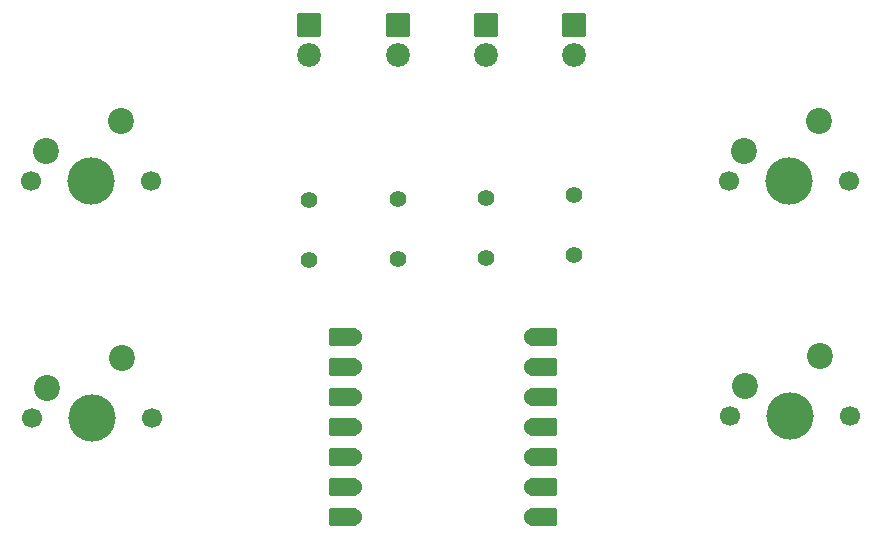
<source format=gbr>
%TF.GenerationSoftware,KiCad,Pcbnew,9.0.2*%
%TF.CreationDate,2025-07-29T19:40:39-04:00*%
%TF.ProjectId,LaunchPad_V2,4c61756e-6368-4506-9164-5f56322e6b69,rev?*%
%TF.SameCoordinates,Original*%
%TF.FileFunction,Soldermask,Top*%
%TF.FilePolarity,Negative*%
%FSLAX46Y46*%
G04 Gerber Fmt 4.6, Leading zero omitted, Abs format (unit mm)*
G04 Created by KiCad (PCBNEW 9.0.2) date 2025-07-29 19:40:39*
%MOMM*%
%LPD*%
G01*
G04 APERTURE LIST*
G04 Aperture macros list*
%AMRoundRect*
0 Rectangle with rounded corners*
0 $1 Rounding radius*
0 $2 $3 $4 $5 $6 $7 $8 $9 X,Y pos of 4 corners*
0 Add a 4 corners polygon primitive as box body*
4,1,4,$2,$3,$4,$5,$6,$7,$8,$9,$2,$3,0*
0 Add four circle primitives for the rounded corners*
1,1,$1+$1,$2,$3*
1,1,$1+$1,$4,$5*
1,1,$1+$1,$6,$7*
1,1,$1+$1,$8,$9*
0 Add four rect primitives between the rounded corners*
20,1,$1+$1,$2,$3,$4,$5,0*
20,1,$1+$1,$4,$5,$6,$7,0*
20,1,$1+$1,$6,$7,$8,$9,0*
20,1,$1+$1,$8,$9,$2,$3,0*%
G04 Aperture macros list end*
%ADD10C,1.400000*%
%ADD11RoundRect,0.152400X1.063600X0.609600X-1.063600X0.609600X-1.063600X-0.609600X1.063600X-0.609600X0*%
%ADD12C,1.524000*%
%ADD13RoundRect,0.152400X-1.063600X-0.609600X1.063600X-0.609600X1.063600X0.609600X-1.063600X0.609600X0*%
%ADD14C,2.019000*%
%ADD15RoundRect,0.102000X-0.907500X0.907500X-0.907500X-0.907500X0.907500X-0.907500X0.907500X0.907500X0*%
%ADD16C,1.700000*%
%ADD17C,4.000000*%
%ADD18C,2.200000*%
G04 APERTURE END LIST*
D10*
%TO.C,R3*%
X203795106Y-41000000D03*
X203795106Y-46080000D03*
%TD*%
D11*
%TO.C,U1*%
X191705000Y-67990000D03*
D12*
X192540000Y-67990000D03*
D11*
X191705000Y-65450000D03*
D12*
X192540000Y-65450000D03*
D11*
X191705000Y-62910000D03*
D12*
X192540000Y-62910000D03*
D11*
X191705000Y-60370000D03*
D12*
X192540000Y-60370000D03*
D11*
X191705000Y-57830000D03*
D12*
X192540000Y-57830000D03*
D11*
X191705000Y-55290000D03*
D12*
X192540000Y-55290000D03*
D11*
X191705000Y-52750000D03*
D12*
X192540000Y-52750000D03*
X207780000Y-52750000D03*
D13*
X208615000Y-52750000D03*
D12*
X207780000Y-55290000D03*
D13*
X208615000Y-55290000D03*
D12*
X207780000Y-57830000D03*
D13*
X208615000Y-57830000D03*
D12*
X207780000Y-60370000D03*
D13*
X208615000Y-60370000D03*
D12*
X207780000Y-62910000D03*
D13*
X208615000Y-62910000D03*
D12*
X207780000Y-65450000D03*
D13*
X208615000Y-65450000D03*
D12*
X207780000Y-67990000D03*
D13*
X208615000Y-67990000D03*
%TD*%
D14*
%TO.C,D5*%
X188864894Y-28860000D03*
D15*
X188864894Y-26320000D03*
%TD*%
D16*
%TO.C,SW4*%
X224500000Y-59390000D03*
D17*
X229580000Y-59390000D03*
D16*
X234660000Y-59390000D03*
D18*
X232120000Y-54310000D03*
X225770000Y-56850000D03*
%TD*%
D16*
%TO.C,SW1*%
X165300000Y-39560000D03*
D17*
X170380000Y-39560000D03*
D16*
X175460000Y-39560000D03*
D18*
X172920000Y-34480000D03*
X166570000Y-37020000D03*
%TD*%
D14*
%TO.C,D2*%
X203795106Y-28860000D03*
D15*
X203795106Y-26320000D03*
%TD*%
D10*
%TO.C,R2*%
X211260212Y-45770000D03*
X211260212Y-40690000D03*
%TD*%
D14*
%TO.C,D1*%
X211260212Y-28860000D03*
D15*
X211260212Y-26320000D03*
%TD*%
D16*
%TO.C,SW3*%
X224400000Y-39510000D03*
D17*
X229480000Y-39510000D03*
D16*
X234560000Y-39510000D03*
D18*
X232020000Y-34430000D03*
X225670000Y-36970000D03*
%TD*%
D14*
%TO.C,D3*%
X196330000Y-28860000D03*
D15*
X196330000Y-26320000D03*
%TD*%
D10*
%TO.C,R4*%
X196330000Y-46120000D03*
X196330000Y-41040000D03*
%TD*%
%TO.C,R1*%
X188864894Y-46180000D03*
X188864894Y-41100000D03*
%TD*%
D16*
%TO.C,SW2*%
X165350000Y-59590000D03*
D17*
X170430000Y-59590000D03*
D16*
X175510000Y-59590000D03*
D18*
X172970000Y-54510000D03*
X166620000Y-57050000D03*
%TD*%
M02*

</source>
